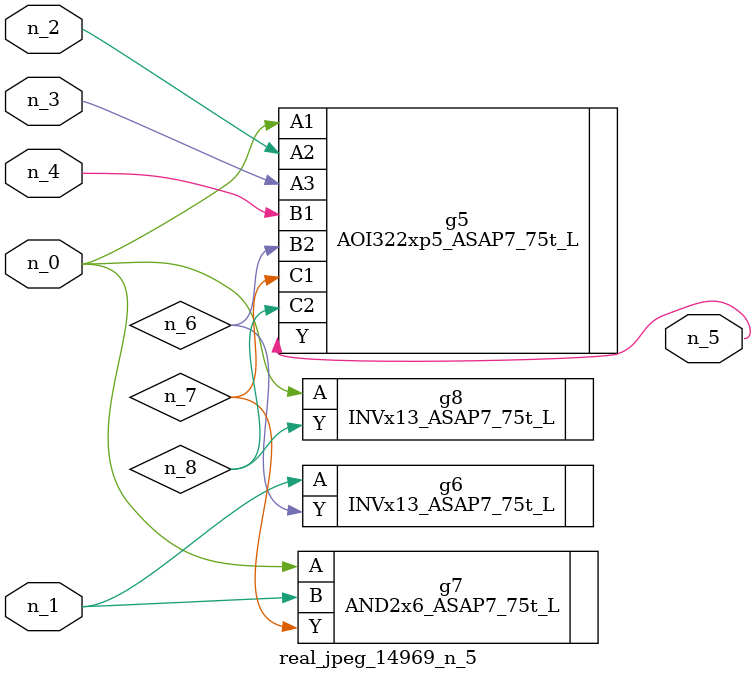
<source format=v>
module real_jpeg_14969_n_5 (n_4, n_0, n_1, n_2, n_3, n_5);

input n_4;
input n_0;
input n_1;
input n_2;
input n_3;

output n_5;

wire n_8;
wire n_6;
wire n_7;

AOI322xp5_ASAP7_75t_L g5 ( 
.A1(n_0),
.A2(n_2),
.A3(n_3),
.B1(n_4),
.B2(n_6),
.C1(n_7),
.C2(n_8),
.Y(n_5)
);

AND2x6_ASAP7_75t_L g7 ( 
.A(n_0),
.B(n_1),
.Y(n_7)
);

INVx13_ASAP7_75t_L g8 ( 
.A(n_0),
.Y(n_8)
);

INVx13_ASAP7_75t_L g6 ( 
.A(n_1),
.Y(n_6)
);


endmodule
</source>
